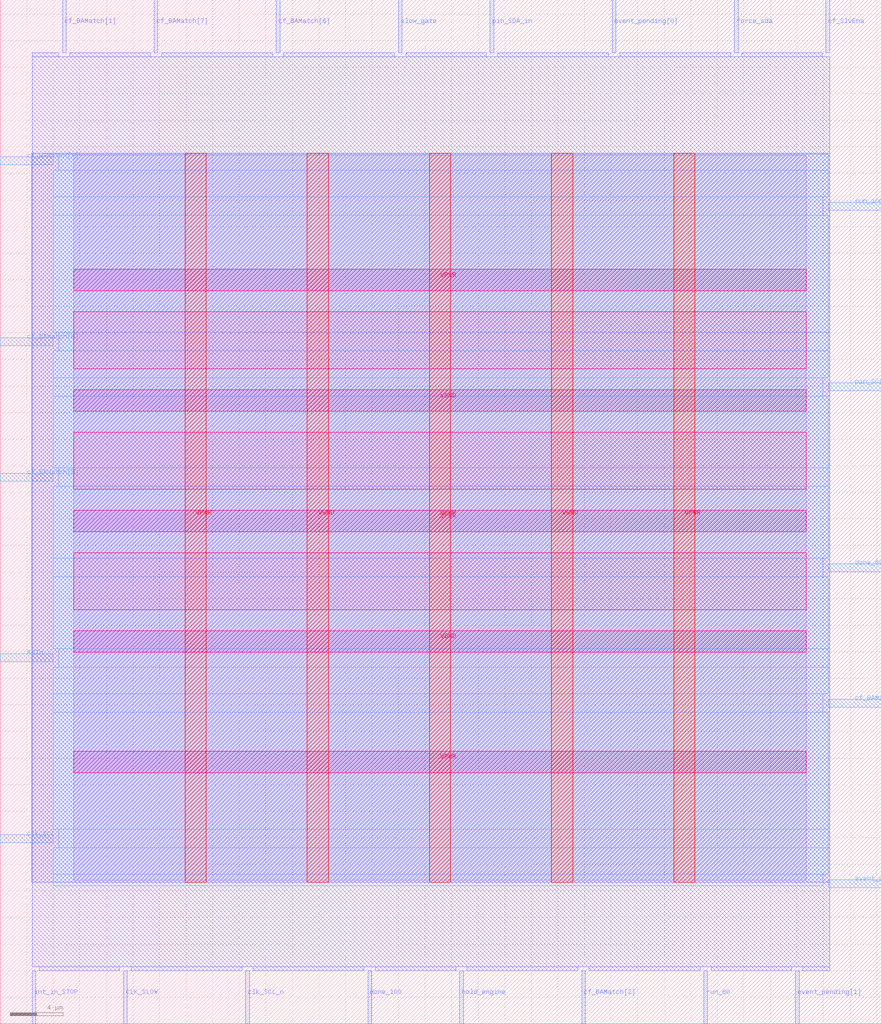
<source format=lef>
VERSION 5.7 ;
  NOWIREEXTENSIONATPIN ON ;
  DIVIDERCHAR "/" ;
  BUSBITCHARS "[]" ;
MACRO i3c_slow_counters
  CLASS BLOCK ;
  FOREIGN i3c_slow_counters ;
  ORIGIN 0.000 0.000 ;
  SIZE 66.350 BY 77.070 ;
  PIN CLK_SLOW
    DIRECTION INPUT ;
    USE SIGNAL ;
    PORT
      LAYER met2 ;
        RECT 9.290 0.000 9.570 4.000 ;
    END
  END CLK_SLOW
  PIN RSTn
    DIRECTION INPUT ;
    USE SIGNAL ;
    PORT
      LAYER met3 ;
        RECT 0.000 27.240 4.000 27.840 ;
    END
  END RSTn
  PIN cf_BAMatch[0]
    DIRECTION INPUT ;
    USE SIGNAL ;
    PORT
      LAYER met3 ;
        RECT 0.000 51.040 4.000 51.640 ;
    END
  END cf_BAMatch[0]
  PIN cf_BAMatch[1]
    DIRECTION INPUT ;
    USE SIGNAL ;
    PORT
      LAYER met2 ;
        RECT 4.690 73.070 4.970 77.070 ;
    END
  END cf_BAMatch[1]
  PIN cf_BAMatch[2]
    DIRECTION INPUT ;
    USE SIGNAL ;
    PORT
      LAYER met2 ;
        RECT 43.790 0.000 44.070 4.000 ;
    END
  END cf_BAMatch[2]
  PIN cf_BAMatch[3]
    DIRECTION INPUT ;
    USE SIGNAL ;
    PORT
      LAYER met3 ;
        RECT 62.350 23.840 66.350 24.440 ;
    END
  END cf_BAMatch[3]
  PIN cf_BAMatch[4]
    DIRECTION INPUT ;
    USE SIGNAL ;
    PORT
      LAYER met3 ;
        RECT 0.000 64.640 4.000 65.240 ;
    END
  END cf_BAMatch[4]
  PIN cf_BAMatch[5]
    DIRECTION INPUT ;
    USE SIGNAL ;
    PORT
      LAYER met3 ;
        RECT 0.000 40.840 4.000 41.440 ;
    END
  END cf_BAMatch[5]
  PIN cf_BAMatch[6]
    DIRECTION INPUT ;
    USE SIGNAL ;
    PORT
      LAYER met2 ;
        RECT 20.790 73.070 21.070 77.070 ;
    END
  END cf_BAMatch[6]
  PIN cf_BAMatch[7]
    DIRECTION INPUT ;
    USE SIGNAL ;
    PORT
      LAYER met2 ;
        RECT 11.590 73.070 11.870 77.070 ;
    END
  END cf_BAMatch[7]
  PIN cf_SlvEna
    DIRECTION INPUT ;
    USE SIGNAL ;
    PORT
      LAYER met2 ;
        RECT 62.190 73.070 62.470 77.070 ;
    END
  END cf_SlvEna
  PIN clk_SCL
    DIRECTION INPUT ;
    USE SIGNAL ;
    PORT
      LAYER met3 ;
        RECT 0.000 13.640 4.000 14.240 ;
    END
  END clk_SCL
  PIN clk_SCL_n
    DIRECTION INPUT ;
    USE SIGNAL ;
    PORT
      LAYER met2 ;
        RECT 18.490 0.000 18.770 4.000 ;
    END
  END clk_SCL_n
  PIN done_100
    DIRECTION OUTPUT TRISTATE ;
    USE SIGNAL ;
    PORT
      LAYER met2 ;
        RECT 27.690 0.000 27.970 4.000 ;
    END
  END done_100
  PIN done_60
    DIRECTION OUTPUT TRISTATE ;
    USE SIGNAL ;
    PORT
      LAYER met3 ;
        RECT 62.350 34.040 66.350 34.640 ;
    END
  END done_60
  PIN event_pending[0]
    DIRECTION INPUT ;
    USE SIGNAL ;
    PORT
      LAYER met2 ;
        RECT 46.090 73.070 46.370 77.070 ;
    END
  END event_pending[0]
  PIN event_pending[1]
    DIRECTION INPUT ;
    USE SIGNAL ;
    PORT
      LAYER met2 ;
        RECT 59.890 0.000 60.170 4.000 ;
    END
  END event_pending[1]
  PIN event_pending[2]
    DIRECTION INPUT ;
    USE SIGNAL ;
    PORT
      LAYER met3 ;
        RECT 62.350 10.240 66.350 10.840 ;
    END
  END event_pending[2]
  PIN force_sda
    DIRECTION OUTPUT TRISTATE ;
    USE SIGNAL ;
    PORT
      LAYER met2 ;
        RECT 55.290 73.070 55.570 77.070 ;
    END
  END force_sda
  PIN hold_engine
    DIRECTION OUTPUT TRISTATE ;
    USE SIGNAL ;
    PORT
      LAYER met2 ;
        RECT 34.590 0.000 34.870 4.000 ;
    END
  END hold_engine
  PIN int_in_STOP
    DIRECTION INPUT ;
    USE SIGNAL ;
    PORT
      LAYER met2 ;
        RECT 2.390 0.000 2.670 4.000 ;
    END
  END int_in_STOP
  PIN pin_SCL_in
    DIRECTION INPUT ;
    USE SIGNAL ;
    PORT
      LAYER met3 ;
        RECT 62.350 47.640 66.350 48.240 ;
    END
  END pin_SCL_in
  PIN pin_SDA_in
    DIRECTION INPUT ;
    USE SIGNAL ;
    PORT
      LAYER met2 ;
        RECT 36.890 73.070 37.170 77.070 ;
    END
  END pin_SDA_in
  PIN run_100
    DIRECTION INPUT ;
    USE SIGNAL ;
    PORT
      LAYER met3 ;
        RECT 62.350 61.240 66.350 61.840 ;
    END
  END run_100
  PIN run_60
    DIRECTION INPUT ;
    USE SIGNAL ;
    PORT
      LAYER met2 ;
        RECT 52.990 0.000 53.270 4.000 ;
    END
  END run_60
  PIN slow_gate
    DIRECTION OUTPUT TRISTATE ;
    USE SIGNAL ;
    PORT
      LAYER met2 ;
        RECT 29.990 73.070 30.270 77.070 ;
    END
  END slow_gate
  PIN VPWR
    DIRECTION INOUT ;
    USE POWER ;
    PORT
      LAYER met4 ;
        RECT 50.720 10.640 52.320 65.520 ;
    END
  END VPWR
  PIN VPWR
    DIRECTION INOUT ;
    USE POWER ;
    PORT
      LAYER met4 ;
        RECT 32.320 10.640 33.920 65.520 ;
    END
  END VPWR
  PIN VPWR
    DIRECTION INOUT ;
    USE POWER ;
    PORT
      LAYER met4 ;
        RECT 13.920 10.640 15.520 65.520 ;
    END
  END VPWR
  PIN VPWR
    DIRECTION INOUT ;
    USE POWER ;
    PORT
      LAYER met5 ;
        RECT 5.520 55.175 60.720 56.775 ;
    END
  END VPWR
  PIN VPWR
    DIRECTION INOUT ;
    USE POWER ;
    PORT
      LAYER met5 ;
        RECT 5.520 37.040 60.720 38.640 ;
    END
  END VPWR
  PIN VPWR
    DIRECTION INOUT ;
    USE POWER ;
    PORT
      LAYER met5 ;
        RECT 5.520 18.905 60.720 20.505 ;
    END
  END VPWR
  PIN VGND
    DIRECTION INOUT ;
    USE GROUND ;
    PORT
      LAYER met4 ;
        RECT 41.520 10.640 43.120 65.520 ;
    END
  END VGND
  PIN VGND
    DIRECTION INOUT ;
    USE GROUND ;
    PORT
      LAYER met4 ;
        RECT 23.120 10.640 24.720 65.520 ;
    END
  END VGND
  PIN VGND
    DIRECTION INOUT ;
    USE GROUND ;
    PORT
      LAYER met5 ;
        RECT 5.520 46.105 60.720 47.705 ;
    END
  END VGND
  PIN VGND
    DIRECTION INOUT ;
    USE GROUND ;
    PORT
      LAYER met5 ;
        RECT 5.520 27.975 60.720 29.575 ;
    END
  END VGND
  OBS
      LAYER li1 ;
        RECT 5.520 10.795 60.720 65.365 ;
      LAYER met1 ;
        RECT 2.370 10.640 62.490 65.520 ;
      LAYER met2 ;
        RECT 2.400 72.790 4.410 73.070 ;
        RECT 5.250 72.790 11.310 73.070 ;
        RECT 12.150 72.790 20.510 73.070 ;
        RECT 21.350 72.790 29.710 73.070 ;
        RECT 30.550 72.790 36.610 73.070 ;
        RECT 37.450 72.790 45.810 73.070 ;
        RECT 46.650 72.790 55.010 73.070 ;
        RECT 55.850 72.790 61.910 73.070 ;
        RECT 2.400 4.280 62.460 72.790 ;
        RECT 2.950 4.000 9.010 4.280 ;
        RECT 9.850 4.000 18.210 4.280 ;
        RECT 19.050 4.000 27.410 4.280 ;
        RECT 28.250 4.000 34.310 4.280 ;
        RECT 35.150 4.000 43.510 4.280 ;
        RECT 44.350 4.000 52.710 4.280 ;
        RECT 53.550 4.000 59.610 4.280 ;
        RECT 60.450 4.000 62.460 4.280 ;
      LAYER met3 ;
        RECT 4.400 64.240 62.350 65.445 ;
        RECT 4.000 62.240 62.350 64.240 ;
        RECT 4.000 60.840 61.950 62.240 ;
        RECT 4.000 52.040 62.350 60.840 ;
        RECT 4.400 50.640 62.350 52.040 ;
        RECT 4.000 48.640 62.350 50.640 ;
        RECT 4.000 47.240 61.950 48.640 ;
        RECT 4.000 41.840 62.350 47.240 ;
        RECT 4.400 40.440 62.350 41.840 ;
        RECT 4.000 35.040 62.350 40.440 ;
        RECT 4.000 33.640 61.950 35.040 ;
        RECT 4.000 28.240 62.350 33.640 ;
        RECT 4.400 26.840 62.350 28.240 ;
        RECT 4.000 24.840 62.350 26.840 ;
        RECT 4.000 23.440 61.950 24.840 ;
        RECT 4.000 14.640 62.350 23.440 ;
        RECT 4.400 13.240 62.350 14.640 ;
        RECT 4.000 11.240 62.350 13.240 ;
        RECT 4.000 10.375 61.950 11.240 ;
      LAYER met5 ;
        RECT 5.520 49.305 60.720 53.575 ;
        RECT 5.520 40.240 60.720 44.505 ;
        RECT 5.520 31.175 60.720 35.440 ;
  END
END i3c_slow_counters
END LIBRARY


</source>
